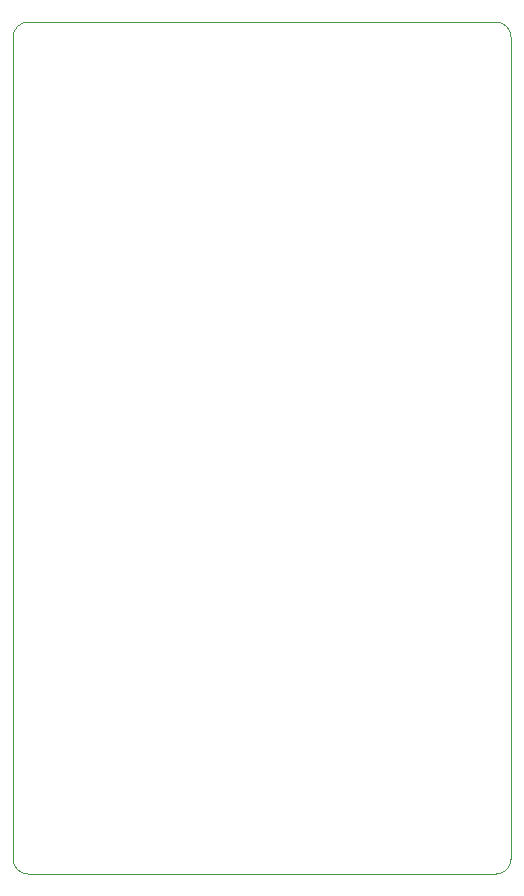
<source format=gbr>
G04 #@! TF.FileFunction,Profile,NP*
%FSLAX46Y46*%
G04 Gerber Fmt 4.6, Leading zero omitted, Abs format (unit mm)*
G04 Created by KiCad (PCBNEW 4.0.2-stable) date 19/08/2017 21:27:21*
%MOMM*%
G01*
G04 APERTURE LIST*
%ADD10C,0.100000*%
G04 APERTURE END LIST*
D10*
X117856000Y-146050000D02*
X117856000Y-76454000D01*
X158750000Y-147320000D02*
X119126000Y-147320000D01*
X160020000Y-76454000D02*
X160020000Y-146050000D01*
X119126000Y-75184000D02*
X158750000Y-75184000D01*
X119126000Y-75184000D02*
G75*
G03X117856000Y-76454000I0J-1270000D01*
G01*
X117856000Y-146050000D02*
G75*
G03X119126000Y-147320000I1270000J0D01*
G01*
X158750000Y-147320000D02*
G75*
G03X160020000Y-146050000I0J1270000D01*
G01*
X160020000Y-76454000D02*
G75*
G03X158750000Y-75184000I-1270000J0D01*
G01*
M02*

</source>
